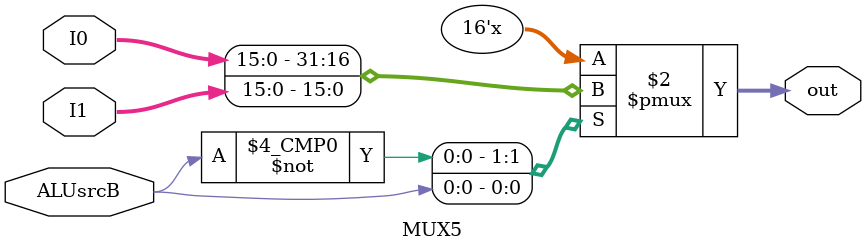
<source format=v>
`timescale 1ns/1ns
module MUX5(input [15:0] I0,I1 ,input ALUsrcB, output reg [15:0] out);

always@(I0,I1,ALUsrcB) begin
	case(ALUsrcB)
		0: out <= I0;
		1: out <= I1;
	endcase
end
endmodule

</source>
